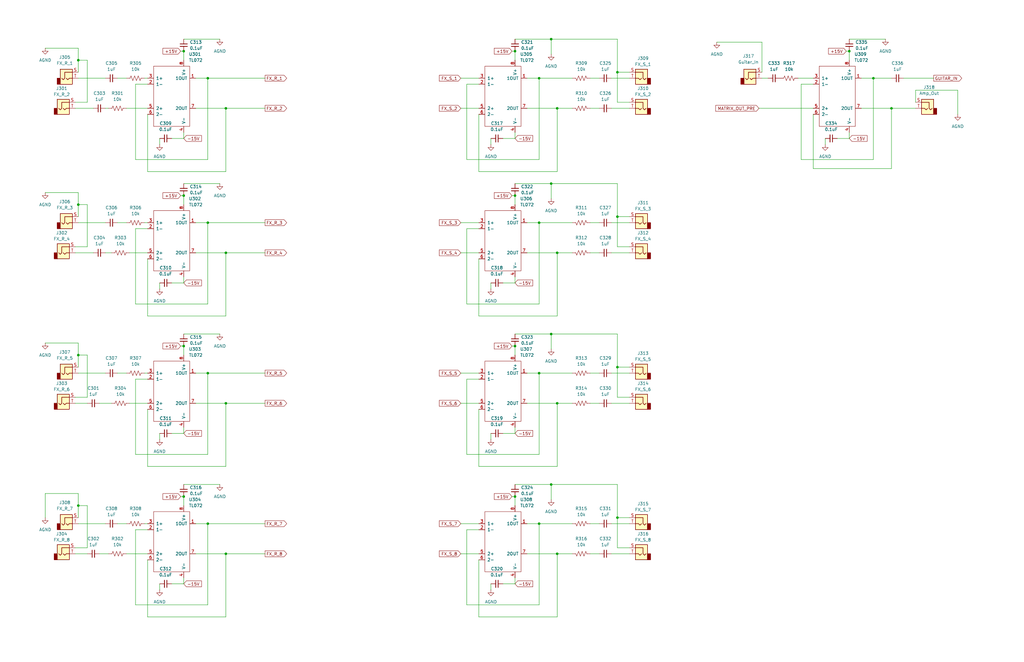
<source format=kicad_sch>
(kicad_sch (version 20250114) (generator "eeschema") (generator_version "9.0")
  (paper "B")
  (title_block (title "ESP332 Guitar Patch Bay") (date "2025-05-27") (rev "1"))
  (lib_symbols
    (symbol "AudioJack2_1"
      (property "Reference" "J" (at 0 8.89 0))
      (property "Value" "AudioJack2" (at 0 6.35 0))
      (symbol "AudioJack2_1_1_1"
        (pin passive line (at 5.08 2.54 180) (length 2.54) (name "~") (number "S"))
        (pin passive line (at 5.08 0 180) (length 2.54) (name "~") (number "T"))
      )
    )
    (symbol "Bay:TL072" (pin_names (offset 1))
      (property "Reference" "U1" (at 0 0 0))
      (property "Value" "TL072" (at 0 -2.54 0))
      (symbol "TL072_1_1"
        (pin input line (at -10.16 7.62 0) (length 2.54) (name "1+") (number "3"))
        (pin input line (at -10.16 5.08 0) (length 2.54) (name "1-") (number "2"))
        (pin input line (at -10.16 -5.08 0) (length 2.54) (name "2+") (number "5"))
        (pin input line (at -10.16 -7.62 0) (length 2.54) (name "2-") (number "6"))
        (pin power_in line (at 5.08 15.24 270) (length 2.54) (name "V+") (number "8"))
        (pin power_in line (at 5.08 -15.24 90) (length 2.54) (name "V-") (number "4"))
        (pin output line (at 10.16 7.62 180) (length 2.54) (name "1OUT") (number "1"))
        (pin output line (at 10.16 -5.08 180) (length 2.54) (name "2OUT") (number "7"))
      )
    )
    (symbol "Connector_Audio:AudioJack2"
      (property "Reference" "J" (at 0 8.89 0))
      (property "Value" "AudioJack2" (at 0 6.35 0))
      (symbol "AudioJack2_1_1"
        (pin passive line (at 5.08 2.54 180) (length 2.54) (name "~") (number "S"))
        (pin passive line (at 5.08 0 180) (length 2.54) (name "~") (number "T"))
      )
    )
    (symbol "Device:C_Small" (pin_numbers (hide yes)) (pin_names (offset 0.254) (hide yes))
      (property "Reference" "C" (at 0.254 1.778 0))
      (property "Value" "C_Small" (at 0.254 -2.032 0))
      (symbol "C_Small_1_1"
        (pin passive line (at 0 2.54 270) (length 2.032) (name "~") (number "1"))
        (pin passive line (at 0 -2.54 90) (length 2.032) (name "~") (number "2"))
      )
    )
    (symbol "Device:R_US" (pin_numbers (hide yes)) (pin_names (offset 0))
      (property "Reference" "R" (at 2.54 0 90))
      (property "Value" "R_US" (at -2.54 0 90))
      (symbol "R_US_1_1"
        (pin passive line (at 0 3.81 270) (length 1.27) (name "~") (number "1"))
        (pin passive line (at 0 -3.81 90) (length 1.27) (name "~") (number "2"))
      )
    )
    (symbol "GND_1" (power) (pin_numbers (hide yes)) (pin_names (offset 0) (hide yes))
      (property "Value" "GND" (at 0 -3.81 0))
      (symbol "GND_1_1_1"
        (pin power_in line (at 0 0 270) (length 0) (name "~") (number "1"))
      )
    )
  )
  (junction (at 227.33 220.98))
  (junction (at 33.02 25.4))
  (junction (at 87.63 93.98))
  (junction (at 77.47 21.59))
  (junction (at 77.47 209.55))
  (junction (at 234.95 170.18))
  (junction (at 95.25 45.72))
  (junction (at 234.95 233.68))
  (junction (at 33.02 149.86))
  (junction (at 227.33 33.02))
  (junction (at 232.41 204.47))
  (junction (at 232.41 16.51))
  (junction (at 260.35 218.44))
  (junction (at 260.35 154.94))
  (junction (at 375.92 45.72))
  (junction (at 260.35 30.48))
  (junction (at 368.3 33.02))
  (junction (at 227.33 93.98))
  (junction (at 227.33 157.48))
  (junction (at 234.95 106.68))
  (junction (at 33.02 86.36))
  (junction (at 95.25 233.68))
  (junction (at 234.95 45.72))
  (junction (at 77.47 82.55))
  (junction (at 95.25 106.68))
  (junction (at 358.14 21.59))
  (junction (at 217.17 146.05))
  (junction (at 232.41 77.47))
  (junction (at 232.41 140.97))
  (junction (at 260.35 91.44))
  (junction (at 217.17 21.59))
  (junction (at 95.25 170.18))
  (junction (at 87.63 220.98))
  (junction (at 33.02 213.36))
  (junction (at 87.63 157.48))
  (junction (at 87.63 33.02))
  (junction (at 217.17 82.55))
  (junction (at 77.47 146.05))
  (junction (at 217.17 209.55))
  (wire (pts (xy 234.95 196.85) (xy 201.93 196.85)))
  (wire (pts (xy 358.14 16.51) (xy 373.38 16.51)))
  (wire (pts (xy 57.15 223.52) (xy 62.23 223.52)))
  (wire (pts (xy 241.3 33.02) (xy 227.33 33.02)))
  (wire (pts (xy 212.09 246.38) (xy 217.17 246.38)))
  (wire (pts (xy 54.61 170.18) (xy 62.23 170.18)))
  (wire (pts (xy 67.31 185.42) (xy 67.31 182.88)))
  (wire (pts (xy 232.41 147.32) (xy 232.41 140.97)))
  (wire (pts (xy 82.55 220.98) (xy 87.63 220.98)))
  (wire (pts (xy 222.25 93.98) (xy 227.33 93.98)))
  (wire (pts (xy 87.63 33.02) (xy 111.76 33.02)))
  (wire (pts (xy 232.41 22.86) (xy 232.41 16.51)))
  (wire (pts (xy 222.25 106.68) (xy 234.95 106.68)))
  (wire (pts (xy 31.75 170.18) (xy 36.83 170.18)))
  (wire (pts (xy 337.82 35.56) (xy 342.9 35.56)))
  (wire (pts (xy 257.81 33.02) (xy 265.43 33.02)))
  (wire (pts (xy 260.35 91.44) (xy 265.43 91.44)))
  (wire (pts (xy 53.34 220.98) (xy 49.53 220.98)))
  (wire (pts (xy 31.75 43.18) (xy 36.83 43.18)))
  (wire (pts (xy 222.25 233.68) (xy 234.95 233.68)))
  (wire (pts (xy 54.61 106.68) (xy 62.23 106.68)))
  (wire (pts (xy 95.25 170.18) (xy 95.25 196.85)))
  (wire (pts (xy 212.09 58.42) (xy 217.17 58.42)))
  (wire (pts (xy 260.35 77.47) (xy 232.41 77.47)))
  (wire (pts (xy 95.25 196.85) (xy 62.23 196.85)))
  (wire (pts (xy 31.75 233.68) (xy 36.83 233.68)))
  (wire (pts (xy 57.15 128.27) (xy 87.63 128.27)))
  (wire (pts (xy 201.93 48.26) (xy 201.93 72.39)))
  (wire (pts (xy 234.95 106.68) (xy 234.95 133.35)))
  (wire (pts (xy 77.47 77.47) (xy 92.71 77.47)))
  (wire (pts (xy 95.25 72.39) (xy 62.23 72.39)))
  (wire (pts (xy 95.25 260.35) (xy 62.23 260.35)))
  (wire (pts (xy 57.15 96.52) (xy 62.23 96.52)))
  (wire (pts (xy 95.25 45.72) (xy 111.76 45.72)))
  (wire (pts (xy 62.23 48.26) (xy 62.23 72.39)))
  (wire (pts (xy 31.75 45.72) (xy 39.37 45.72)))
  (wire (pts (xy 222.25 170.18) (xy 234.95 170.18)))
  (wire (pts (xy 227.33 220.98) (xy 227.33 255.27)))
  (wire (pts (xy 77.47 140.97) (xy 92.71 140.97)))
  (wire (pts (xy 95.25 45.72) (xy 95.25 72.39)))
  (wire (pts (xy 234.95 72.39) (xy 201.93 72.39)))
  (wire (pts (xy 19.05 20.32) (xy 33.02 20.32)))
  (wire (pts (xy 196.85 67.31) (xy 227.33 67.31)))
  (wire (pts (xy 212.09 119.38) (xy 217.17 119.38)))
  (wire (pts (xy 77.47 21.59) (xy 77.47 25.4)))
  (wire (pts (xy 36.83 86.36) (xy 33.02 86.36)))
  (wire (pts (xy 194.31 220.98) (xy 201.93 220.98)))
  (wire (pts (xy 60.96 93.98) (xy 62.23 93.98)))
  (wire (pts (xy 363.22 33.02) (xy 368.3 33.02)))
  (wire (pts (xy 217.17 140.97) (xy 232.41 140.97)))
  (wire (pts (xy 248.92 93.98) (xy 252.73 93.98)))
  (wire (pts (xy 260.35 91.44) (xy 260.35 77.47)))
  (wire (pts (xy 241.3 233.68) (xy 234.95 233.68)))
  (wire (pts (xy 33.02 149.86) (xy 33.02 154.94)))
  (wire (pts (xy 53.34 33.02) (xy 49.53 33.02)))
  (wire (pts (xy 36.83 231.14) (xy 36.83 213.36)))
  (wire (pts (xy 77.47 21.59) (xy 76.2 21.59)))
  (wire (pts (xy 19.05 208.28) (xy 33.02 208.28)))
  (wire (pts (xy 248.92 33.02) (xy 252.73 33.02)))
  (wire (pts (xy 82.55 33.02) (xy 87.63 33.02)))
  (wire (pts (xy 194.31 233.68) (xy 201.93 233.68)))
  (wire (pts (xy 257.81 170.18) (xy 265.43 170.18)))
  (wire (pts (xy 234.95 170.18) (xy 234.95 196.85)))
  (wire (pts (xy 82.55 233.68) (xy 95.25 233.68)))
  (wire (pts (xy 207.01 248.92) (xy 207.01 246.38)))
  (wire (pts (xy 62.23 109.22) (xy 62.23 133.35)))
  (wire (pts (xy 57.15 160.02) (xy 62.23 160.02)))
  (wire (pts (xy 196.85 160.02) (xy 201.93 160.02)))
  (wire (pts (xy 36.83 25.4) (xy 33.02 25.4)))
  (wire (pts (xy 257.81 106.68) (xy 265.43 106.68)))
  (wire (pts (xy 257.81 233.68) (xy 265.43 233.68)))
  (wire (pts (xy 72.39 182.88) (xy 77.47 182.88)))
  (wire (pts (xy 77.47 116.84) (xy 77.47 119.38)))
  (wire (pts (xy 82.55 106.68) (xy 95.25 106.68)))
  (wire (pts (xy 260.35 16.51) (xy 232.41 16.51)))
  (wire (pts (xy 323.85 33.02) (xy 321.31 33.02)))
  (wire (pts (xy 207.01 185.42) (xy 207.01 182.88)))
  (wire (pts (xy 222.25 157.48) (xy 227.33 157.48)))
  (wire (pts (xy 196.85 35.56) (xy 201.93 35.56)))
  (wire (pts (xy 87.63 93.98) (xy 87.63 128.27)))
  (wire (pts (xy 95.25 233.68) (xy 111.76 233.68)))
  (wire (pts (xy 196.85 191.77) (xy 227.33 191.77)))
  (wire (pts (xy 337.82 67.31) (xy 368.3 67.31)))
  (wire (pts (xy 194.31 157.48) (xy 201.93 157.48)))
  (wire (pts (xy 260.35 140.97) (xy 232.41 140.97)))
  (wire (pts (xy 353.06 58.42) (xy 358.14 58.42)))
  (wire (pts (xy 358.14 55.88) (xy 358.14 58.42)))
  (wire (pts (xy 217.17 82.55) (xy 217.17 86.36)))
  (wire (pts (xy 53.34 157.48) (xy 49.53 157.48)))
  (wire (pts (xy 33.02 25.4) (xy 33.02 30.48)))
  (wire (pts (xy 260.35 218.44) (xy 260.35 204.47)))
  (wire (pts (xy 33.02 33.02) (xy 44.45 33.02)))
  (wire (pts (xy 265.43 167.64) (xy 260.35 167.64)))
  (wire (pts (xy 234.95 260.35) (xy 201.93 260.35)))
  (wire (pts (xy 232.41 210.82) (xy 232.41 204.47)))
  (wire (pts (xy 87.63 33.02) (xy 87.63 67.31)))
  (wire (pts (xy 248.92 106.68) (xy 252.73 106.68)))
  (wire (pts (xy 358.14 21.59) (xy 356.87 21.59)))
  (wire (pts (xy 257.81 45.72) (xy 265.43 45.72)))
  (wire (pts (xy 46.99 106.68) (xy 44.45 106.68)))
  (wire (pts (xy 227.33 157.48) (xy 241.3 157.48)))
  (wire (pts (xy 33.02 93.98) (xy 44.45 93.98)))
  (wire (pts (xy 77.47 204.47) (xy 92.71 204.47)))
  (wire (pts (xy 60.96 220.98) (xy 62.23 220.98)))
  (wire (pts (xy 57.15 128.27) (xy 57.15 96.52)))
  (wire (pts (xy 87.63 157.48) (xy 87.63 191.77)))
  (wire (pts (xy 31.75 167.64) (xy 36.83 167.64)))
  (wire (pts (xy 67.31 121.92) (xy 67.31 119.38)))
  (wire (pts (xy 222.25 45.72) (xy 234.95 45.72)))
  (wire (pts (xy 194.31 33.02) (xy 201.93 33.02)))
  (wire (pts (xy 33.02 208.28) (xy 33.02 213.36)))
  (wire (pts (xy 77.47 146.05) (xy 77.47 149.86)))
  (wire (pts (xy 248.92 45.72) (xy 252.73 45.72)))
  (wire (pts (xy 196.85 96.52) (xy 201.93 96.52)))
  (wire (pts (xy 194.31 106.68) (xy 201.93 106.68)))
  (wire (pts (xy 386.08 38.1) (xy 403.86 38.1)))
  (wire (pts (xy 217.17 204.47) (xy 232.41 204.47)))
  (wire (pts (xy 248.92 157.48) (xy 252.73 157.48)))
  (wire (pts (xy 227.33 33.02) (xy 227.33 67.31)))
  (wire (pts (xy 234.95 45.72) (xy 234.95 72.39)))
  (wire (pts (xy 77.47 55.88) (xy 77.47 58.42)))
  (wire (pts (xy 194.31 45.72) (xy 201.93 45.72)))
  (wire (pts (xy 248.92 233.68) (xy 252.73 233.68)))
  (wire (pts (xy 77.47 82.55) (xy 76.2 82.55)))
  (wire (pts (xy 375.92 45.72) (xy 386.08 45.72)))
  (wire (pts (xy 77.47 82.55) (xy 77.47 86.36)))
  (wire (pts (xy 363.22 45.72) (xy 375.92 45.72)))
  (wire (pts (xy 386.08 43.18) (xy 386.08 38.1)))
  (wire (pts (xy 196.85 67.31) (xy 196.85 35.56)))
  (wire (pts (xy 342.9 48.26) (xy 342.9 71.12)))
  (wire (pts (xy 321.31 17.78) (xy 321.31 30.48)))
  (wire (pts (xy 95.25 106.68) (xy 95.25 133.35)))
  (wire (pts (xy 53.34 233.68) (xy 62.23 233.68)))
  (wire (pts (xy 302.26 17.78) (xy 321.31 17.78)))
  (wire (pts (xy 381 33.02) (xy 393.7 33.02)))
  (wire (pts (xy 45.72 233.68) (xy 41.91 233.68)))
  (wire (pts (xy 77.47 209.55) (xy 76.2 209.55)))
  (wire (pts (xy 67.31 60.96) (xy 67.31 58.42)))
  (wire (pts (xy 232.41 16.51) (xy 217.17 16.51)))
  (wire (pts (xy 87.63 93.98) (xy 111.76 93.98)))
  (wire (pts (xy 19.05 144.78) (xy 33.02 144.78)))
  (wire (pts (xy 212.09 182.88) (xy 217.17 182.88)))
  (wire (pts (xy 241.3 106.68) (xy 234.95 106.68)))
  (wire (pts (xy 19.05 208.28) (xy 19.05 218.44)))
  (wire (pts (xy 95.25 233.68) (xy 95.25 260.35)))
  (wire (pts (xy 77.47 209.55) (xy 77.47 213.36)))
  (wire (pts (xy 403.86 38.1) (xy 403.86 48.26)))
  (wire (pts (xy 36.83 104.14) (xy 36.83 86.36)))
  (wire (pts (xy 33.02 144.78) (xy 33.02 149.86)))
  (wire (pts (xy 375.92 33.02) (xy 368.3 33.02)))
  (wire (pts (xy 358.14 25.4) (xy 358.14 21.59)))
  (wire (pts (xy 196.85 191.77) (xy 196.85 160.02)))
  (wire (pts (xy 46.99 170.18) (xy 41.91 170.18)))
  (wire (pts (xy 217.17 209.55) (xy 217.17 213.36)))
  (wire (pts (xy 260.35 30.48) (xy 265.43 30.48)))
  (wire (pts (xy 217.17 21.59) (xy 217.17 25.4)))
  (wire (pts (xy 217.17 77.47) (xy 232.41 77.47)))
  (wire (pts (xy 201.93 172.72) (xy 201.93 196.85)))
  (wire (pts (xy 62.23 172.72) (xy 62.23 196.85)))
  (wire (pts (xy 36.83 43.18) (xy 36.83 25.4)))
  (wire (pts (xy 95.25 133.35) (xy 62.23 133.35)))
  (wire (pts (xy 60.96 33.02) (xy 62.23 33.02)))
  (wire (pts (xy 260.35 154.94) (xy 265.43 154.94)))
  (wire (pts (xy 33.02 86.36) (xy 33.02 91.44)))
  (wire (pts (xy 222.25 33.02) (xy 227.33 33.02)))
  (wire (pts (xy 232.41 83.82) (xy 232.41 77.47)))
  (wire (pts (xy 36.83 167.64) (xy 36.83 149.86)))
  (wire (pts (xy 257.81 157.48) (xy 265.43 157.48)))
  (wire (pts (xy 95.25 170.18) (xy 111.76 170.18)))
  (wire (pts (xy 347.98 60.96) (xy 347.98 58.42)))
  (wire (pts (xy 217.17 55.88) (xy 217.17 58.42)))
  (wire (pts (xy 87.63 220.98) (xy 87.63 255.27)))
  (wire (pts (xy 194.31 170.18) (xy 201.93 170.18)))
  (wire (pts (xy 57.15 35.56) (xy 62.23 35.56)))
  (wire (pts (xy 217.17 209.55) (xy 215.9 209.55)))
  (wire (pts (xy 260.35 30.48) (xy 260.35 16.51)))
  (wire (pts (xy 57.15 67.31) (xy 87.63 67.31)))
  (wire (pts (xy 260.35 167.64) (xy 260.35 154.94)))
  (wire (pts (xy 31.75 231.14) (xy 36.83 231.14)))
  (wire (pts (xy 36.83 149.86) (xy 33.02 149.86)))
  (wire (pts (xy 260.35 231.14) (xy 260.35 218.44)))
  (wire (pts (xy 217.17 82.55) (xy 215.9 82.55)))
  (wire (pts (xy 260.35 154.94) (xy 260.35 140.97)))
  (wire (pts (xy 241.3 170.18) (xy 234.95 170.18)))
  (wire (pts (xy 201.93 236.22) (xy 201.93 260.35)))
  (wire (pts (xy 227.33 93.98) (xy 241.3 93.98)))
  (wire (pts (xy 77.47 243.84) (xy 77.47 246.38)))
  (wire (pts (xy 217.17 180.34) (xy 217.17 182.88)))
  (wire (pts (xy 87.63 157.48) (xy 111.76 157.48)))
  (wire (pts (xy 194.31 93.98) (xy 201.93 93.98)))
  (wire (pts (xy 342.9 71.12) (xy 375.92 71.12)))
  (wire (pts (xy 260.35 218.44) (xy 265.43 218.44)))
  (wire (pts (xy 57.15 191.77) (xy 87.63 191.77)))
  (wire (pts (xy 36.83 213.36) (xy 33.02 213.36)))
  (wire (pts (xy 196.85 255.27) (xy 196.85 223.52)))
  (wire (pts (xy 67.31 248.92) (xy 67.31 246.38)))
  (wire (pts (xy 31.75 104.14) (xy 36.83 104.14)))
  (wire (pts (xy 336.55 33.02) (xy 342.9 33.02)))
  (wire (pts (xy 217.17 116.84) (xy 217.17 119.38)))
  (wire (pts (xy 257.81 93.98) (xy 265.43 93.98)))
  (wire (pts (xy 62.23 236.22) (xy 62.23 260.35)))
  (wire (pts (xy 33.02 213.36) (xy 33.02 218.44)))
  (wire (pts (xy 196.85 255.27) (xy 227.33 255.27)))
  (wire (pts (xy 77.47 180.34) (xy 77.47 182.88)))
  (wire (pts (xy 207.01 121.92) (xy 207.01 119.38)))
  (wire (pts (xy 217.17 21.59) (xy 215.9 21.59)))
  (wire (pts (xy 33.02 81.28) (xy 33.02 86.36)))
  (wire (pts (xy 217.17 243.84) (xy 217.17 246.38)))
  (wire (pts (xy 241.3 45.72) (xy 234.95 45.72)))
  (wire (pts (xy 201.93 109.22) (xy 201.93 133.35)))
  (wire (pts (xy 265.43 231.14) (xy 260.35 231.14)))
  (wire (pts (xy 53.34 45.72) (xy 62.23 45.72)))
  (wire (pts (xy 260.35 104.14) (xy 260.35 91.44)))
  (wire (pts (xy 33.02 220.98) (xy 44.45 220.98)))
  (wire (pts (xy 95.25 106.68) (xy 111.76 106.68)))
  (wire (pts (xy 375.92 71.12) (xy 375.92 45.72)))
  (wire (pts (xy 217.17 146.05) (xy 217.17 149.86)))
  (wire (pts (xy 82.55 157.48) (xy 87.63 157.48)))
  (wire (pts (xy 82.55 45.72) (xy 95.25 45.72)))
  (wire (pts (xy 337.82 67.31) (xy 337.82 35.56)))
  (wire (pts (xy 234.95 233.68) (xy 234.95 260.35)))
  (wire (pts (xy 260.35 43.18) (xy 260.35 30.48)))
  (wire (pts (xy 57.15 67.31) (xy 57.15 35.56)))
  (wire (pts (xy 87.63 220.98) (xy 111.76 220.98)))
  (wire (pts (xy 234.95 133.35) (xy 201.93 133.35)))
  (wire (pts (xy 60.96 157.48) (xy 62.23 157.48)))
  (wire (pts (xy 53.34 93.98) (xy 49.53 93.98)))
  (wire (pts (xy 33.02 20.32) (xy 33.02 25.4)))
  (wire (pts (xy 45.72 45.72) (xy 44.45 45.72)))
  (wire (pts (xy 222.25 220.98) (xy 227.33 220.98)))
  (wire (pts (xy 265.43 104.14) (xy 260.35 104.14)))
  (wire (pts (xy 19.05 81.28) (xy 33.02 81.28)))
  (wire (pts (xy 248.92 170.18) (xy 252.73 170.18)))
  (wire (pts (xy 227.33 157.48) (xy 227.33 191.77)))
  (wire (pts (xy 82.55 93.98) (xy 87.63 93.98)))
  (wire (pts (xy 57.15 255.27) (xy 57.15 223.52)))
  (wire (pts (xy 248.92 220.98) (xy 252.73 220.98)))
  (wire (pts (xy 196.85 223.52) (xy 201.93 223.52)))
  (wire (pts (xy 72.39 119.38) (xy 77.47 119.38)))
  (wire (pts (xy 227.33 220.98) (xy 241.3 220.98)))
  (wire (pts (xy 207.01 60.96) (xy 207.01 58.42)))
  (wire (pts (xy 196.85 128.27) (xy 196.85 96.52)))
  (wire (pts (xy 257.81 220.98) (xy 265.43 220.98)))
  (wire (pts (xy 77.47 16.51) (xy 92.71 16.51)))
  (wire (pts (xy 77.47 146.05) (xy 76.2 146.05)))
  (wire (pts (xy 57.15 191.77) (xy 57.15 160.02)))
  (wire (pts (xy 57.15 255.27) (xy 87.63 255.27)))
  (wire (pts (xy 320.04 45.72) (xy 342.9 45.72)))
  (wire (pts (xy 368.3 33.02) (xy 368.3 67.31)))
  (wire (pts (xy 265.43 43.18) (xy 260.35 43.18)))
  (wire (pts (xy 82.55 170.18) (xy 95.25 170.18)))
  (wire (pts (xy 33.02 157.48) (xy 44.45 157.48)))
  (wire (pts (xy 72.39 246.38) (xy 77.47 246.38)))
  (wire (pts (xy 196.85 128.27) (xy 227.33 128.27)))
  (wire (pts (xy 260.35 204.47) (xy 232.41 204.47)))
  (wire (pts (xy 227.33 93.98) (xy 227.33 128.27)))
  (wire (pts (xy 72.39 58.42) (xy 77.47 58.42)))
  (wire (pts (xy 217.17 146.05) (xy 215.9 146.05)))
  (wire (pts (xy 31.75 106.68) (xy 39.37 106.68)))
  (global_label "FX_R_5" (shape output) (at 111.76 157.48 0) (property "Intersheetrefs" "${INTERSHEET_REFS}" (effects (hide yes))))
  (global_label "-15V" (shape input) (at 217.17 182.88 0) (property "Intersheetrefs" "${INTERSHEET_REFS}" (effects (hide yes))))
  (global_label "-15V" (shape input) (at 217.17 119.38 0) (property "Intersheetrefs" "${INTERSHEET_REFS}" (effects (hide yes))))
  (global_label "MATRIX_OUT_PRE" (shape input) (at 320.04 45.72 180) (property "Intersheetrefs" "${INTERSHEET_REFS}" (effects (hide yes))))
  (global_label "FX_R_1" (shape output) (at 111.76 33.02 0) (property "Intersheetrefs" "${INTERSHEET_REFS}" (effects (hide yes))))
  (global_label "+15V" (shape input) (at 215.9 209.55 180) (property "Intersheetrefs" "${INTERSHEET_REFS}" (effects (hide yes))))
  (global_label "FX_S_7" (shape input) (at 194.31 220.98 180) (property "Intersheetrefs" "${INTERSHEET_REFS}" (effects (hide yes))))
  (global_label "FX_S_8" (shape input) (at 194.31 233.68 180) (property "Intersheetrefs" "${INTERSHEET_REFS}" (effects (hide yes))))
  (global_label "FX_R_6" (shape output) (at 111.76 170.18 0) (property "Intersheetrefs" "${INTERSHEET_REFS}" (effects (hide yes))))
  (global_label "FX_S_4" (shape input) (at 194.31 106.68 180) (property "Intersheetrefs" "${INTERSHEET_REFS}" (effects (hide yes))))
  (global_label "+15V" (shape input) (at 215.9 21.59 180) (property "Intersheetrefs" "${INTERSHEET_REFS}" (effects (hide yes))))
  (global_label "+15V" (shape input) (at 215.9 146.05 180) (property "Intersheetrefs" "${INTERSHEET_REFS}" (effects (hide yes))))
  (global_label "+15V" (shape input) (at 356.87 21.59 180) (property "Intersheetrefs" "${INTERSHEET_REFS}" (effects (hide yes))))
  (global_label "FX_R_8" (shape output) (at 111.76 233.68 0) (property "Intersheetrefs" "${INTERSHEET_REFS}" (effects (hide yes))))
  (global_label "FX_S_1" (shape input) (at 194.31 33.02 180) (property "Intersheetrefs" "${INTERSHEET_REFS}" (effects (hide yes))))
  (global_label "-15V" (shape input) (at 217.17 246.38 0) (property "Intersheetrefs" "${INTERSHEET_REFS}" (effects (hide yes))))
  (global_label "+15V" (shape input) (at 215.9 82.55 180) (property "Intersheetrefs" "${INTERSHEET_REFS}" (effects (hide yes))))
  (global_label "-15V" (shape input) (at 77.47 58.42 0) (property "Intersheetrefs" "${INTERSHEET_REFS}" (effects (hide yes))))
  (global_label "FX_R_7" (shape output) (at 111.76 220.98 0) (property "Intersheetrefs" "${INTERSHEET_REFS}" (effects (hide yes))))
  (global_label "FX_S_2" (shape input) (at 194.31 45.72 180) (property "Intersheetrefs" "${INTERSHEET_REFS}" (effects (hide yes))))
  (global_label "-15V" (shape input) (at 77.47 182.88 0) (property "Intersheetrefs" "${INTERSHEET_REFS}" (effects (hide yes))))
  (global_label "GUITAR_IN" (shape output) (at 393.7 33.02 0) (property "Intersheetrefs" "${INTERSHEET_REFS}" (effects (hide yes))))
  (global_label "FX_S_6" (shape input) (at 194.31 170.18 180) (property "Intersheetrefs" "${INTERSHEET_REFS}" (effects (hide yes))))
  (global_label "FX_S_5" (shape input) (at 194.31 157.48 180) (property "Intersheetrefs" "${INTERSHEET_REFS}" (effects (hide yes))))
  (global_label "-15V" (shape input) (at 217.17 58.42 0) (property "Intersheetrefs" "${INTERSHEET_REFS}" (effects (hide yes))))
  (global_label "+15V" (shape input) (at 76.2 209.55 180) (property "Intersheetrefs" "${INTERSHEET_REFS}" (effects (hide yes))))
  (global_label "-15V" (shape input) (at 358.14 58.42 0) (property "Intersheetrefs" "${INTERSHEET_REFS}" (effects (hide yes))))
  (global_label "+15V" (shape input) (at 76.2 82.55 180) (property "Intersheetrefs" "${INTERSHEET_REFS}" (effects (hide yes))))
  (global_label "+15V" (shape input) (at 76.2 146.05 180) (property "Intersheetrefs" "${INTERSHEET_REFS}" (effects (hide yes))))
  (global_label "FX_R_2" (shape output) (at 111.76 45.72 0) (property "Intersheetrefs" "${INTERSHEET_REFS}" (effects (hide yes))))
  (global_label "FX_S_3" (shape input) (at 194.31 93.98 180) (property "Intersheetrefs" "${INTERSHEET_REFS}" (effects (hide yes))))
  (global_label "-15V" (shape input) (at 77.47 246.38 0) (property "Intersheetrefs" "${INTERSHEET_REFS}" (effects (hide yes))))
  (global_label "-15V" (shape input) (at 77.47 119.38 0) (property "Intersheetrefs" "${INTERSHEET_REFS}" (effects (hide yes))))
  (global_label "FX_R_3" (shape output) (at 111.76 93.98 0) (property "Intersheetrefs" "${INTERSHEET_REFS}" (effects (hide yes))))
  (global_label "FX_R_4" (shape output) (at 111.76 106.68 0) (property "Intersheetrefs" "${INTERSHEET_REFS}" (effects (hide yes))))
  (global_label "+15V" (shape input) (at 76.2 21.59 180) (property "Intersheetrefs" "${INTERSHEET_REFS}" (effects (hide yes))))
  (symbol (lib_id "Device:R_US") (at 57.15 93.98 270) (unit 1)
    (property "Reference" "R306" (at 57.15 87.63 90))
    (property "Value" "10k" (at 57.15 90.17 90))
    (property "Footprint" "Resistor_THT:R_Axial_DIN0204_L3.6mm_D1.6mm_P5.08mm_Horizontal" (effects (hide yes)))
    (property "Description" "Resistor, US symbol" (effects (hide yes)))
  )
  (symbol (lib_name "GND_1") (lib_id "power:GND") (at 67.31 248.92 0) (unit 1)
    (property "Reference" "#PWR0308" (effects (hide yes)))
    (property "Value" "AGND" (at 67.31 254 0))
    (property "Description" "Power symbol creates a global label with name \"GND\" , ground" (effects (hide yes)))
  )
  (symbol (lib_id "Bay:TL072") (at 72.39 40.64 0) (unit 1)
    (property "Reference" "U301" (at 79.6133 22.86 0) (effects (justify left)))
    (property "Value" "TL072" (at 79.6133 25.4 0) (effects (justify left)))
    (property "Footprint" "Package_DIP:CERDIP-8_W7.62mm_SideBrazed" (effects (hide yes)))
  )
  (symbol (lib_id "Device:C_Small") (at 255.27 33.02 270) (mirror x) (unit 1)
    (property "Reference" "C325" (at 255.2637 26.67 90))
    (property "Value" "1uF" (at 255.2637 29.21 90))
    (property "Footprint" "Capacitor_THT:C_Axial_L3.8mm_D2.6mm_P7.50mm_Horizontal" (effects (hide yes)))
    (property "Description" "Unpolarized capacitor, small symbol" (effects (hide yes)))
  )
  (symbol (lib_name "GND_1") (lib_id "power:GND") (at 232.41 22.86 0) (unit 1)
    (property "Reference" "#PWR0317" (effects (hide yes)))
    (property "Value" "AGND" (at 232.41 27.94 0))
    (property "Description" "Power symbol creates a global label with name \"GND\" , ground" (effects (hide yes)))
  )
  (symbol (lib_id "Bay:TL072") (at 212.09 101.6 0) (unit 1)
    (property "Reference" "U306" (at 219.3133 83.83 0) (effects (justify left)))
    (property "Value" "TL072" (at 219.3133 86.37 0) (effects (justify left)))
    (property "Footprint" "Package_DIP:CERDIP-8_W7.62mm_SideBrazed" (effects (hide yes)))
  )
  (symbol (lib_id "Device:C_Small") (at 217.17 143.51 0) (unit 1)
    (property "Reference" "C323" (at 219.71 142.2462 0) (effects (justify left)))
    (property "Value" "0.1uF" (at 219.71 144.7862 0) (effects (justify left)))
    (property "Footprint" "Capacitor_THT:C_Axial_L3.8mm_D2.6mm_P7.50mm_Horizontal" (effects (hide yes)))
    (property "Description" "Unpolarized capacitor, small symbol" (effects (hide yes)))
  )
  (symbol (lib_id "Device:R_US") (at 57.15 220.98 270) (unit 1)
    (property "Reference" "R308" (at 57.15 214.63 90))
    (property "Value" "10k" (at 57.15 217.17 90))
    (property "Footprint" "Resistor_THT:R_Axial_DIN0204_L3.6mm_D1.6mm_P5.08mm_Horizontal" (effects (hide yes)))
    (property "Description" "Resistor, US symbol" (effects (hide yes)))
  )
  (symbol (lib_name "GND_1") (lib_id "power:GND") (at 92.71 77.47 0) (unit 1)
    (property "Reference" "#PWR0310" (effects (hide yes)))
    (property "Value" "AGND" (at 92.71 82.55 0))
    (property "Description" "Power symbol creates a global label with name \"GND\" , ground" (effects (hide yes)))
  )
  (symbol (lib_id "Connector_Audio:AudioJack2") (at 26.67 106.68 0) (unit 1)
    (property "Reference" "J302" (at 26.035 98.28 0))
    (property "Value" "FX_R_4" (at 26.035 100.82 0))
    (property "Footprint" "Bay:Pedal_Jack" (effects (hide yes)))
    (property "Description" "Audio Jack, 2 Poles (Mono / TS)" (effects (hide yes)))
  )
  (symbol (lib_id "Bay:TL072") (at 212.09 228.6 0) (unit 1)
    (property "Reference" "U308" (at 219.3133 210.83 0) (effects (justify left)))
    (property "Value" "TL072" (at 219.3133 213.37 0) (effects (justify left)))
    (property "Footprint" "Package_DIP:CERDIP-8_W7.62mm_SideBrazed" (effects (hide yes)))
  )
  (symbol (lib_id "Device:C_Small") (at 255.27 106.68 270) (mirror x) (unit 1)
    (property "Reference" "C328" (at 255.2637 100.33 90))
    (property "Value" "1uF" (at 255.2637 102.87 90))
    (property "Footprint" "Capacitor_THT:C_Axial_L3.8mm_D2.6mm_P7.50mm_Horizontal" (effects (hide yes)))
    (property "Description" "Unpolarized capacitor, small symbol" (effects (hide yes)))
  )
  (symbol (lib_id "Device:C_Small") (at 39.37 233.68 90) (unit 1)
    (property "Reference" "C302" (at 39.3763 227.33 90))
    (property "Value" "1uF" (at 39.3763 229.87 90))
    (property "Footprint" "Capacitor_THT:C_Axial_L3.8mm_D2.6mm_P7.50mm_Horizontal" (effects (hide yes)))
    (property "Description" "Unpolarized capacitor, small symbol" (effects (hide yes)))
  )
  (symbol (lib_id "Device:C_Small") (at 217.17 207.01 0) (unit 1)
    (property "Reference" "C324" (at 219.71 205.7462 0) (effects (justify left)))
    (property "Value" "0.1uF" (at 219.71 208.2862 0) (effects (justify left)))
    (property "Footprint" "Capacitor_THT:C_Axial_L3.8mm_D2.6mm_P7.50mm_Horizontal" (effects (hide yes)))
    (property "Description" "Unpolarized capacitor, small symbol" (effects (hide yes)))
  )
  (symbol (lib_id "Device:C_Small") (at 69.85 182.88 270) (unit 1)
    (property "Reference" "C311" (at 69.8436 176.53 90))
    (property "Value" "0.1uF" (at 69.8436 179.07 90))
    (property "Footprint" "Capacitor_THT:C_Axial_L3.8mm_D2.6mm_P7.50mm_Horizontal" (effects (hide yes)))
    (property "Description" "Unpolarized capacitor, small symbol" (effects (hide yes)))
  )
  (symbol (lib_id "Device:R_US") (at 245.11 45.72 90) (mirror x) (unit 1)
    (property "Reference" "R310" (at 245.11 39.37 90))
    (property "Value" "10k" (at 245.11 41.91 90))
    (property "Footprint" "Resistor_THT:R_Axial_DIN0204_L3.6mm_D1.6mm_P5.08mm_Horizontal" (effects (hide yes)))
    (property "Description" "Resistor, US symbol" (effects (hide yes)))
  )
  (symbol (lib_id "Device:C_Small") (at 77.47 80.01 0) (unit 1)
    (property "Reference" "C314" (at 80.01 78.7462 0) (effects (justify left)))
    (property "Value" "0.1uF" (at 80.01 81.2862 0) (effects (justify left)))
    (property "Footprint" "Capacitor_THT:C_Axial_L3.8mm_D2.6mm_P7.50mm_Horizontal" (effects (hide yes)))
    (property "Description" "Unpolarized capacitor, small symbol" (effects (hide yes)))
  )
  (symbol (lib_id "Device:C_Small") (at 41.91 45.72 90) (unit 1)
    (property "Reference" "C303" (at 41.9163 39.37 90))
    (property "Value" "1uF" (at 41.9163 41.91 90))
    (property "Footprint" "Capacitor_THT:C_Axial_L3.8mm_D2.6mm_P7.50mm_Horizontal" (effects (hide yes)))
    (property "Description" "Unpolarized capacitor, small symbol" (effects (hide yes)))
  )
  (symbol (lib_id "Device:C_Small") (at 69.85 58.42 270) (unit 1)
    (property "Reference" "C309" (at 69.8436 52.07 90))
    (property "Value" "0.1uF" (at 69.8436 54.61 90))
    (property "Footprint" "Capacitor_THT:C_Axial_L3.8mm_D2.6mm_P7.50mm_Horizontal" (effects (hide yes)))
    (property "Description" "Unpolarized capacitor, small symbol" (effects (hide yes)))
  )
  (symbol (lib_id "Connector_Audio:AudioJack2") (at 270.51 33.02 0) (mirror y) (unit 1)
    (property "Reference" "J309" (at 271.145 24.62 0))
    (property "Value" "FX_S_1" (at 271.145 27.16 0))
    (property "Footprint" "Bay:Pedal_Jack" (effects (hide yes)))
    (property "Description" "Audio Jack, 2 Poles (Mono / TS)" (effects (hide yes)))
  )
  (symbol (lib_name "GND_1") (lib_id "power:GND") (at 347.98 60.96 0) (unit 1)
    (property "Reference" "#PWR0322" (effects (hide yes)))
    (property "Value" "AGND" (at 347.98 66.04 0))
    (property "Description" "Power symbol creates a global label with name \"GND\" , ground" (effects (hide yes)))
  )
  (symbol (lib_id "Device:C_Small") (at 69.85 246.38 270) (unit 1)
    (property "Reference" "C312" (at 69.8436 240.03 90))
    (property "Value" "0.1uF" (at 69.8436 242.57 90))
    (property "Footprint" "Capacitor_THT:C_Axial_L3.8mm_D2.6mm_P7.50mm_Horizontal" (effects (hide yes)))
    (property "Description" "Unpolarized capacitor, small symbol" (effects (hide yes)))
  )
  (symbol (lib_name "AudioJack2_1") (lib_id "Connector_Audio:AudioJack2") (at 316.23 33.02 0) (unit 1)
    (property "Reference" "J317" (at 315.595 23.66 0))
    (property "Value" "Guitar_In" (at 315.595 26.2 0))
    (property "Footprint" "Bay:Pedal_Jack" (effects (hide yes)))
    (property "Description" "Audio Jack, 2 Poles (Mono / TS)" (effects (hide yes)))
  )
  (symbol (lib_name "GND_1") (lib_id "power:GND") (at 302.26 17.78 0) (unit 1)
    (property "Reference" "#PWR0321" (effects (hide yes)))
    (property "Value" "AGND" (at 302.26 22.86 0))
    (property "Description" "Power symbol creates a global label with name \"GND\" , ground" (effects (hide yes)))
  )
  (symbol (lib_name "GND_1") (lib_id "power:GND") (at 67.31 121.92 0) (unit 1)
    (property "Reference" "#PWR0306" (effects (hide yes)))
    (property "Value" "AGND" (at 67.31 127 0))
    (property "Description" "Power symbol creates a global label with name \"GND\" , ground" (effects (hide yes)))
  )
  (symbol (lib_id "Connector_Audio:AudioJack2") (at 270.51 106.68 0) (mirror y) (unit 1)
    (property "Reference" "J312" (at 271.145 98.28 0))
    (property "Value" "FX_S_4" (at 271.145 100.82 0))
    (property "Footprint" "Bay:Pedal_Jack" (effects (hide yes)))
    (property "Description" "Audio Jack, 2 Poles (Mono / TS)" (effects (hide yes)))
  )
  (symbol (lib_id "Device:C_Small") (at 350.52 58.42 270) (unit 1)
    (property "Reference" "C334" (at 350.5136 52.07 90))
    (property "Value" "0.1uF" (at 350.5136 54.61 90))
    (property "Footprint" "Capacitor_THT:C_Axial_L3.8mm_D2.6mm_P7.50mm_Horizontal" (effects (hide yes)))
    (property "Description" "Unpolarized capacitor, small symbol" (effects (hide yes)))
  )
  (symbol (lib_name "GND_1") (lib_id "power:GND") (at 92.71 16.51 0) (unit 1)
    (property "Reference" "#PWR0309" (effects (hide yes)))
    (property "Value" "AGND" (at 92.71 21.59 0))
    (property "Description" "Power symbol creates a global label with name \"GND\" , ground" (effects (hide yes)))
  )
  (symbol (lib_id "Connector_Audio:AudioJack2") (at 27.94 33.02 0) (unit 1)
    (property "Reference" "J305" (at 27.305 24.14 0))
    (property "Value" "FX_R_1" (at 27.305 26.68 0))
    (property "Footprint" "Bay:Pedal_Jack" (effects (hide yes)))
    (property "Description" "Audio Jack, 2 Poles (Mono / TS)" (effects (hide yes)))
  )
  (symbol (lib_name "GND_1") (lib_id "power:GND") (at 207.01 248.92 0) (unit 1)
    (property "Reference" "#PWR0316" (effects (hide yes)))
    (property "Value" "AGND" (at 207.01 254 0))
    (property "Description" "Power symbol creates a global label with name \"GND\" , ground" (effects (hide yes)))
  )
  (symbol (lib_id "Device:R_US") (at 57.15 157.48 270) (unit 1)
    (property "Reference" "R307" (at 57.15 151.13 90))
    (property "Value" "10k" (at 57.15 153.67 90))
    (property "Footprint" "Resistor_THT:R_Axial_DIN0204_L3.6mm_D1.6mm_P5.08mm_Horizontal" (effects (hide yes)))
    (property "Description" "Resistor, US symbol" (effects (hide yes)))
  )
  (symbol (lib_id "Device:C_Small") (at 217.17 19.05 0) (unit 1)
    (property "Reference" "C321" (at 219.71 17.7862 0) (effects (justify left)))
    (property "Value" "0.1uF" (at 219.71 20.3262 0) (effects (justify left)))
    (property "Footprint" "Capacitor_THT:C_Axial_L3.8mm_D2.6mm_P7.50mm_Horizontal" (effects (hide yes)))
    (property "Description" "Unpolarized capacitor, small symbol" (effects (hide yes)))
  )
  (symbol (lib_id "Connector_Audio:AudioJack2") (at 27.94 93.98 0) (unit 1)
    (property "Reference" "J306" (at 27.305 85.1 0))
    (property "Value" "FX_R_3" (at 27.305 87.64 0))
    (property "Footprint" "Bay:Pedal_Jack" (effects (hide yes)))
    (property "Description" "Audio Jack, 2 Poles (Mono / TS)" (effects (hide yes)))
  )
  (symbol (lib_id "Connector_Audio:AudioJack2") (at 270.51 220.98 0) (mirror y) (unit 1)
    (property "Reference" "J315" (at 271.145 212.58 0))
    (property "Value" "FX_S_7" (at 271.145 215.12 0))
    (property "Footprint" "Bay:Pedal_Jack" (effects (hide yes)))
    (property "Description" "Audio Jack, 2 Poles (Mono / TS)" (effects (hide yes)))
  )
  (symbol (lib_id "Connector_Audio:AudioJack2") (at 270.51 93.98 0) (mirror y) (unit 1)
    (property "Reference" "J311" (at 271.145 85.58 0))
    (property "Value" "FX_S_3" (at 271.145 88.12 0))
    (property "Footprint" "Bay:Pedal_Jack" (effects (hide yes)))
    (property "Description" "Audio Jack, 2 Poles (Mono / TS)" (effects (hide yes)))
  )
  (symbol (lib_name "GND_1") (lib_id "power:GND") (at 19.05 81.28 0) (unit 1)
    (property "Reference" "#PWR0302" (effects (hide yes)))
    (property "Value" "AGND" (at 19.05 86.36 0))
    (property "Description" "Power symbol creates a global label with name \"GND\" , ground" (effects (hide yes)))
  )
  (symbol (lib_id "Device:C_Small") (at 209.55 246.38 270) (unit 1)
    (property "Reference" "C320" (at 209.5436 240.03 90))
    (property "Value" "0.1uF" (at 209.5436 242.57 90))
    (property "Footprint" "Capacitor_THT:C_Axial_L3.8mm_D2.6mm_P7.50mm_Horizontal" (effects (hide yes)))
    (property "Description" "Unpolarized capacitor, small symbol" (effects (hide yes)))
  )
  (symbol (lib_id "Device:C_Small") (at 209.55 182.88 270) (unit 1)
    (property "Reference" "C319" (at 209.5436 176.53 90))
    (property "Value" "0.1uF" (at 209.5436 179.07 90))
    (property "Footprint" "Capacitor_THT:C_Axial_L3.8mm_D2.6mm_P7.50mm_Horizontal" (effects (hide yes)))
    (property "Description" "Unpolarized capacitor, small symbol" (effects (hide yes)))
  )
  (symbol (lib_id "Device:R_US") (at 245.11 106.68 90) (mirror x) (unit 1)
    (property "Reference" "R312" (at 245.11 100.33 90))
    (property "Value" "10k" (at 245.11 102.87 90))
    (property "Footprint" "Resistor_THT:R_Axial_DIN0204_L3.6mm_D1.6mm_P5.08mm_Horizontal" (effects (hide yes)))
    (property "Description" "Resistor, US symbol" (effects (hide yes)))
  )
  (symbol (lib_id "Connector_Audio:AudioJack2") (at 26.67 170.18 0) (unit 1)
    (property "Reference" "J303" (at 26.035 161.78 0))
    (property "Value" "FX_R_6" (at 26.035 164.32 0))
    (property "Footprint" "Bay:Pedal_Jack" (effects (hide yes)))
    (property "Description" "Audio Jack, 2 Poles (Mono / TS)" (effects (hide yes)))
  )
  (symbol (lib_id "Device:R_US") (at 245.11 233.68 90) (mirror x) (unit 1)
    (property "Reference" "R316" (at 245.11 227.33 90))
    (property "Value" "10k" (at 245.11 229.87 90))
    (property "Footprint" "Resistor_THT:R_Axial_DIN0204_L3.6mm_D1.6mm_P5.08mm_Horizontal" (effects (hide yes)))
    (property "Description" "Resistor, US symbol" (effects (hide yes)))
  )
  (symbol (lib_name "GND_1") (lib_id "power:GND") (at 67.31 60.96 0) (unit 1)
    (property "Reference" "#PWR0305" (effects (hide yes)))
    (property "Value" "AGND" (at 67.31 66.04 0))
    (property "Description" "Power symbol creates a global label with name \"GND\" , ground" (effects (hide yes)))
  )
  (symbol (lib_id "Connector_Audio:AudioJack2") (at 26.67 233.68 0) (unit 1)
    (property "Reference" "J304" (at 26.035 225.28 0))
    (property "Value" "FX_R_8" (at 26.035 227.82 0))
    (property "Footprint" "Bay:Pedal_Jack" (effects (hide yes)))
    (property "Description" "Audio Jack, 2 Poles (Mono / TS)" (effects (hide yes)))
  )
  (symbol (lib_name "GND_1") (lib_id "power:GND") (at 232.41 210.82 0) (unit 1)
    (property "Reference" "#PWR0320" (effects (hide yes)))
    (property "Value" "AGND" (at 232.41 215.9 0))
    (property "Description" "Power symbol creates a global label with name \"GND\" , ground" (effects (hide yes)))
  )
  (symbol (lib_id "Connector_Audio:AudioJack2") (at 27.94 220.98 0) (unit 1)
    (property "Reference" "J308" (at 27.305 212.1 0))
    (property "Value" "FX_R_7" (at 27.305 214.64 0))
    (property "Footprint" "Bay:Pedal_Jack" (effects (hide yes)))
    (property "Description" "Audio Jack, 2 Poles (Mono / TS)" (effects (hide yes)))
  )
  (symbol (lib_id "Device:R_US") (at 245.11 33.02 90) (mirror x) (unit 1)
    (property "Reference" "R309" (at 245.11 26.67 90))
    (property "Value" "10k" (at 245.11 29.21 90))
    (property "Footprint" "Resistor_THT:R_Axial_DIN0204_L3.6mm_D1.6mm_P5.08mm_Horizontal" (effects (hide yes)))
    (property "Description" "Resistor, US symbol" (effects (hide yes)))
  )
  (symbol (lib_id "Device:C_Small") (at 209.55 119.38 270) (unit 1)
    (property "Reference" "C318" (at 209.5436 113.03 90))
    (property "Value" "0.1uF" (at 209.5436 115.57 90))
    (property "Footprint" "Capacitor_THT:C_Axial_L3.8mm_D2.6mm_P7.50mm_Horizontal" (effects (hide yes)))
    (property "Description" "Unpolarized capacitor, small symbol" (effects (hide yes)))
  )
  (symbol (lib_id "Device:C_Small") (at 255.27 157.48 270) (mirror x) (unit 1)
    (property "Reference" "C329" (at 255.2637 151.13 90))
    (property "Value" "1uF" (at 255.2637 153.67 90))
    (property "Footprint" "Capacitor_THT:C_Axial_L3.8mm_D2.6mm_P7.50mm_Horizontal" (effects (hide yes)))
    (property "Description" "Unpolarized capacitor, small symbol" (effects (hide yes)))
  )
  (symbol (lib_id "Device:C_Small") (at 255.27 45.72 270) (mirror x) (unit 1)
    (property "Reference" "C326" (at 255.2637 39.37 90))
    (property "Value" "1uF" (at 255.2637 41.91 90))
    (property "Footprint" "Capacitor_THT:C_Axial_L3.8mm_D2.6mm_P7.50mm_Horizontal" (effects (hide yes)))
    (property "Description" "Unpolarized capacitor, small symbol" (effects (hide yes)))
  )
  (symbol (lib_name "GND_1") (lib_id "power:GND") (at 403.86 48.26 0) (unit 1)
    (property "Reference" "#PWR0324" (effects (hide yes)))
    (property "Value" "AGND" (at 403.86 53.34 0))
    (property "Description" "Power symbol creates a global label with name \"GND\" , ground" (effects (hide yes)))
  )
  (symbol (lib_id "Device:C_Small") (at 41.91 106.68 90) (unit 1)
    (property "Reference" "C304" (at 41.9163 100.33 90))
    (property "Value" "1uF" (at 41.9163 102.87 90))
    (property "Footprint" "Capacitor_THT:C_Axial_L3.8mm_D2.6mm_P7.50mm_Horizontal" (effects (hide yes)))
    (property "Description" "Unpolarized capacitor, small symbol" (effects (hide yes)))
  )
  (symbol (lib_name "GND_1") (lib_id "power:GND") (at 19.05 144.78 0) (unit 1)
    (property "Reference" "#PWR0303" (effects (hide yes)))
    (property "Value" "AGND" (at 19.05 149.86 0))
    (property "Description" "Power symbol creates a global label with name \"GND\" , ground" (effects (hide yes)))
  )
  (symbol (lib_id "Device:C_Small") (at 77.47 143.51 0) (unit 1)
    (property "Reference" "C315" (at 80.01 142.2462 0) (effects (justify left)))
    (property "Value" "0.1uF" (at 80.01 144.7862 0) (effects (justify left)))
    (property "Footprint" "Capacitor_THT:C_Axial_L3.8mm_D2.6mm_P7.50mm_Horizontal" (effects (hide yes)))
    (property "Description" "Unpolarized capacitor, small symbol" (effects (hide yes)))
  )
  (symbol (lib_name "GND_1") (lib_id "power:GND") (at 207.01 121.92 0) (unit 1)
    (property "Reference" "#PWR0314" (effects (hide yes)))
    (property "Value" "AGND" (at 207.01 127 0))
    (property "Description" "Power symbol creates a global label with name \"GND\" , ground" (effects (hide yes)))
  )
  (symbol (lib_id "Device:C_Small") (at 77.47 19.05 0) (unit 1)
    (property "Reference" "C313" (at 80.01 17.7862 0) (effects (justify left)))
    (property "Value" "0.1uF" (at 80.01 20.3262 0) (effects (justify left)))
    (property "Footprint" "Capacitor_THT:C_Axial_L3.8mm_D2.6mm_P7.50mm_Horizontal" (effects (hide yes)))
    (property "Description" "Unpolarized capacitor, small symbol" (effects (hide yes)))
  )
  (symbol (lib_id "Bay:TL072") (at 72.39 165.1 0) (unit 1)
    (property "Reference" "U303" (at 79.6133 147.33 0) (effects (justify left)))
    (property "Value" "TL072" (at 79.6133 149.87 0) (effects (justify left)))
    (property "Footprint" "Package_DIP:CERDIP-8_W7.62mm_SideBrazed" (effects (hide yes)))
  )
  (symbol (lib_name "GND_1") (lib_id "power:GND") (at 67.31 185.42 0) (unit 1)
    (property "Reference" "#PWR0307" (effects (hide yes)))
    (property "Value" "AGND" (at 67.31 190.5 0))
    (property "Description" "Power symbol creates a global label with name \"GND\" , ground" (effects (hide yes)))
  )
  (symbol (lib_id "Device:C_Small") (at 77.47 207.01 0) (unit 1)
    (property "Reference" "C316" (at 80.01 205.7462 0) (effects (justify left)))
    (property "Value" "0.1uF" (at 80.01 208.2862 0) (effects (justify left)))
    (property "Footprint" "Capacitor_THT:C_Axial_L3.8mm_D2.6mm_P7.50mm_Horizontal" (effects (hide yes)))
    (property "Description" "Unpolarized capacitor, small symbol" (effects (hide yes)))
  )
  (symbol (lib_id "Device:C_Small") (at 358.14 19.05 0) (unit 1)
    (property "Reference" "C335" (at 360.68 17.7862 0) (effects (justify left)))
    (property "Value" "0.1uF" (at 360.68 20.3262 0) (effects (justify left)))
    (property "Footprint" "Capacitor_THT:C_Axial_L3.8mm_D2.6mm_P7.50mm_Horizontal" (effects (hide yes)))
    (property "Description" "Unpolarized capacitor, small symbol" (effects (hide yes)))
  )
  (symbol (lib_name "GND_1") (lib_id "power:GND") (at 207.01 60.96 0) (unit 1)
    (property "Reference" "#PWR0313" (effects (hide yes)))
    (property "Value" "AGND" (at 207.01 66.04 0))
    (property "Description" "Power symbol creates a global label with name \"GND\" , ground" (effects (hide yes)))
  )
  (symbol (lib_id "Device:R_US") (at 50.8 106.68 270) (unit 1)
    (property "Reference" "R303" (at 50.8 100.33 90))
    (property "Value" "10k" (at 50.8 102.87 90))
    (property "Footprint" "Resistor_THT:R_Axial_DIN0204_L3.6mm_D1.6mm_P5.08mm_Horizontal" (effects (hide yes)))
    (property "Description" "Resistor, US symbol" (effects (hide yes)))
  )
  (symbol (lib_id "Device:C_Small") (at 217.17 80.01 0) (unit 1)
    (property "Reference" "C322" (at 219.71 78.7462 0) (effects (justify left)))
    (property "Value" "0.1uF" (at 219.71 81.2862 0) (effects (justify left)))
    (property "Footprint" "Capacitor_THT:C_Axial_L3.8mm_D2.6mm_P7.50mm_Horizontal" (effects (hide yes)))
    (property "Description" "Unpolarized capacitor, small symbol" (effects (hide yes)))
  )
  (symbol (lib_id "Connector_Audio:AudioJack2") (at 270.51 157.48 0) (mirror y) (unit 1)
    (property "Reference" "J313" (at 271.145 149.08 0))
    (property "Value" "FX_S_5" (at 271.145 151.62 0))
    (property "Footprint" "Bay:Pedal_Jack" (effects (hide yes)))
    (property "Description" "Audio Jack, 2 Poles (Mono / TS)" (effects (hide yes)))
  )
  (symbol (lib_name "GND_1") (lib_id "power:GND") (at 92.71 140.97 0) (unit 1)
    (property "Reference" "#PWR0311" (effects (hide yes)))
    (property "Value" "AGND" (at 92.71 146.05 0))
    (property "Description" "Power symbol creates a global label with name \"GND\" , ground" (effects (hide yes)))
  )
  (symbol (lib_id "Device:C_Small") (at 46.99 157.48 90) (unit 1)
    (property "Reference" "C307" (at 46.9963 151.13 90))
    (property "Value" "1uF" (at 46.9963 153.67 90))
    (property "Footprint" "Capacitor_THT:C_Axial_L3.8mm_D2.6mm_P7.50mm_Horizontal" (effects (hide yes)))
    (property "Description" "Unpolarized capacitor, small symbol" (effects (hide yes)))
  )
  (symbol (lib_id "Device:C_Small") (at 39.37 170.18 90) (unit 1)
    (property "Reference" "C301" (at 39.3763 163.83 90))
    (property "Value" "1uF" (at 39.3763 166.37 90))
    (property "Footprint" "Capacitor_THT:C_Axial_L3.8mm_D2.6mm_P7.50mm_Horizontal" (effects (hide yes)))
    (property "Description" "Unpolarized capacitor, small symbol" (effects (hide yes)))
  )
  (symbol (lib_id "Connector_Audio:AudioJack2") (at 270.51 170.18 0) (mirror y) (unit 1)
    (property "Reference" "J314" (at 271.145 161.78 0))
    (property "Value" "FX_S_6" (at 271.145 164.32 0))
    (property "Footprint" "Bay:Pedal_Jack" (effects (hide yes)))
    (property "Description" "Audio Jack, 2 Poles (Mono / TS)" (effects (hide yes)))
  )
  (symbol (lib_id "Device:C_Small") (at 255.27 170.18 270) (mirror x) (unit 1)
    (property "Reference" "C330" (at 255.2637 163.83 90))
    (property "Value" "1uF" (at 255.2637 166.37 90))
    (property "Footprint" "Capacitor_THT:C_Axial_L3.8mm_D2.6mm_P7.50mm_Horizontal" (effects (hide yes)))
    (property "Description" "Unpolarized capacitor, small symbol" (effects (hide yes)))
  )
  (symbol (lib_id "Device:R_US") (at 332.74 33.02 270) (unit 1)
    (property "Reference" "R317" (at 332.74 26.67 90))
    (property "Value" "10k" (at 332.74 29.21 90))
    (property "Footprint" "Resistor_THT:R_Axial_DIN0204_L3.6mm_D1.6mm_P5.08mm_Horizontal" (effects (hide yes)))
    (property "Description" "Resistor, US symbol" (effects (hide yes)))
  )
  (symbol (lib_name "GND_1") (lib_id "power:GND") (at 19.05 218.44 0) (unit 1)
    (property "Reference" "#PWR0304" (effects (hide yes)))
    (property "Value" "AGND" (at 19.05 223.52 0))
    (property "Description" "Power symbol creates a global label with name \"GND\" , ground" (effects (hide yes)))
  )
  (symbol (lib_id "Connector_Audio:AudioJack2") (at 27.94 157.48 0) (unit 1)
    (property "Reference" "J307" (at 27.305 148.6 0))
    (property "Value" "FX_R_5" (at 27.305 151.14 0))
    (property "Footprint" "Bay:Pedal_Jack" (effects (hide yes)))
    (property "Description" "Audio Jack, 2 Poles (Mono / TS)" (effects (hide yes)))
  )
  (symbol (lib_id "Device:C_Small") (at 46.99 93.98 90) (unit 1)
    (property "Reference" "C306" (at 46.9963 87.63 90))
    (property "Value" "1uF" (at 46.9963 90.17 90))
    (property "Footprint" "Capacitor_THT:C_Axial_L3.8mm_D2.6mm_P7.50mm_Horizontal" (effects (hide yes)))
    (property "Description" "Unpolarized capacitor, small symbol" (effects (hide yes)))
  )
  (symbol (lib_id "Device:C_Small") (at 326.39 33.02 90) (unit 1)
    (property "Reference" "C333" (at 326.3963 26.67 90))
    (property "Value" "1uF" (at 326.3963 29.21 90))
    (property "Footprint" "Capacitor_THT:C_Axial_L3.8mm_D2.6mm_P7.50mm_Horizontal" (effects (hide yes)))
    (property "Description" "Unpolarized capacitor, small symbol" (effects (hide yes)))
  )
  (symbol (lib_id "Connector_Audio:AudioJack2") (at 270.51 233.68 0) (mirror y) (unit 1)
    (property "Reference" "J316" (at 271.145 225.28 0))
    (property "Value" "FX_S_8" (at 271.145 227.82 0))
    (property "Footprint" "Bay:Pedal_Jack" (effects (hide yes)))
    (property "Description" "Audio Jack, 2 Poles (Mono / TS)" (effects (hide yes)))
  )
  (symbol (lib_id "Bay:TL072") (at 353.06 40.64 0) (unit 1)
    (property "Reference" "U309" (at 360.2833 22.86 0) (effects (justify left)))
    (property "Value" "TL072" (at 360.2833 25.4 0) (effects (justify left)))
    (property "Footprint" "Package_DIP:CERDIP-8_W7.62mm_SideBrazed" (effects (hide yes)))
  )
  (symbol (lib_name "GND_1") (lib_id "power:GND") (at 373.38 16.51 0) (unit 1)
    (property "Reference" "#PWR0323" (effects (hide yes)))
    (property "Value" "AGND" (at 373.38 21.59 0))
    (property "Description" "Power symbol creates a global label with name \"GND\" , ground" (effects (hide yes)))
  )
  (symbol (lib_id "Bay:TL072") (at 72.39 101.6 0) (unit 1)
    (property "Reference" "U302" (at 79.6133 83.83 0) (effects (justify left)))
    (property "Value" "TL072" (at 79.6133 86.37 0) (effects (justify left)))
    (property "Footprint" "Package_DIP:CERDIP-8_W7.62mm_SideBrazed" (effects (hide yes)))
  )
  (symbol (lib_name "GND_1") (lib_id "power:GND") (at 232.41 147.32 0) (unit 1)
    (property "Reference" "#PWR0319" (effects (hide yes)))
    (property "Value" "AGND" (at 232.41 152.4 0))
    (property "Description" "Power symbol creates a global label with name \"GND\" , ground" (effects (hide yes)))
  )
  (symbol (lib_id "Bay:TL072") (at 72.39 228.6 0) (unit 1)
    (property "Reference" "U304" (at 79.6133 210.83 0) (effects (justify left)))
    (property "Value" "TL072" (at 79.6133 213.37 0) (effects (justify left)))
    (property "Footprint" "Package_DIP:CERDIP-8_W7.62mm_SideBrazed" (effects (hide yes)))
  )
  (symbol (lib_id "Device:R_US") (at 245.11 157.48 90) (mirror x) (unit 1)
    (property "Reference" "R313" (at 245.11 151.13 90))
    (property "Value" "10k" (at 245.11 153.67 90))
    (property "Footprint" "Resistor_THT:R_Axial_DIN0204_L3.6mm_D1.6mm_P5.08mm_Horizontal" (effects (hide yes)))
    (property "Description" "Resistor, US symbol" (effects (hide yes)))
  )
  (symbol (lib_id "Device:C_Small") (at 255.27 93.98 270) (mirror x) (unit 1)
    (property "Reference" "C327" (at 255.2637 87.63 90))
    (property "Value" "1uF" (at 255.2637 90.17 90))
    (property "Footprint" "Capacitor_THT:C_Axial_L3.8mm_D2.6mm_P7.50mm_Horizontal" (effects (hide yes)))
    (property "Description" "Unpolarized capacitor, small symbol" (effects (hide yes)))
  )
  (symbol (lib_id "Device:C_Small") (at 46.99 220.98 90) (unit 1)
    (property "Reference" "C308" (at 46.9963 214.63 90))
    (property "Value" "1uF" (at 46.9963 217.17 90))
    (property "Footprint" "Capacitor_THT:C_Axial_L3.8mm_D2.6mm_P7.50mm_Horizontal" (effects (hide yes)))
    (property "Description" "Unpolarized capacitor, small symbol" (effects (hide yes)))
  )
  (symbol (lib_id "Device:R_US") (at 50.8 170.18 270) (unit 1)
    (property "Reference" "R304" (at 50.8 163.83 90))
    (property "Value" "10k" (at 50.8 166.37 90))
    (property "Footprint" "Resistor_THT:R_Axial_DIN0204_L3.6mm_D1.6mm_P5.08mm_Horizontal" (effects (hide yes)))
    (property "Description" "Resistor, US symbol" (effects (hide yes)))
  )
  (symbol (lib_id "Device:C_Small") (at 378.46 33.02 90) (unit 1)
    (property "Reference" "C336" (at 378.4663 26.67 90))
    (property "Value" "1uF" (at 378.4663 29.21 90))
    (property "Footprint" "Capacitor_THT:C_Axial_L3.8mm_D2.6mm_P7.50mm_Horizontal" (effects (hide yes)))
    (property "Description" "Unpolarized capacitor, small symbol" (effects (hide yes)))
  )
  (symbol (lib_id "Device:C_Small") (at 255.27 220.98 270) (mirror x) (unit 1)
    (property "Reference" "C331" (at 255.2637 214.63 90))
    (property "Value" "1uF" (at 255.2637 217.17 90))
    (property "Footprint" "Capacitor_THT:C_Axial_L3.8mm_D2.6mm_P7.50mm_Horizontal" (effects (hide yes)))
    (property "Description" "Unpolarized capacitor, small symbol" (effects (hide yes)))
  )
  (symbol (lib_id "Device:C_Small") (at 255.27 233.68 270) (mirror x) (unit 1)
    (property "Reference" "C332" (at 255.2637 227.33 90))
    (property "Value" "1uF" (at 255.2637 229.87 90))
    (property "Footprint" "Capacitor_THT:C_Axial_L3.8mm_D2.6mm_P7.50mm_Horizontal" (effects (hide yes)))
    (property "Description" "Unpolarized capacitor, small symbol" (effects (hide yes)))
  )
  (symbol (lib_name "GND_1") (lib_id "power:GND") (at 19.05 20.32 0) (unit 1)
    (property "Reference" "#PWR0301" (effects (hide yes)))
    (property "Value" "AGND" (at 19.05 25.4 0))
    (property "Description" "Power symbol creates a global label with name \"GND\" , ground" (effects (hide yes)))
  )
  (symbol (lib_id "Connector_Audio:AudioJack2") (at 270.51 45.72 0) (mirror y) (unit 1)
    (property "Reference" "J310" (at 271.145 37.32 0))
    (property "Value" "FX_S_2" (at 271.145 39.86 0))
    (property "Footprint" "Bay:Pedal_Jack" (effects (hide yes)))
    (property "Description" "Audio Jack, 2 Poles (Mono / TS)" (effects (hide yes)))
  )
  (symbol (lib_id "Device:R_US") (at 49.53 233.68 270) (unit 1)
    (property "Reference" "R302" (at 49.53 227.33 90))
    (property "Value" "10k" (at 49.53 229.87 90))
    (property "Footprint" "Resistor_THT:R_Axial_DIN0204_L3.6mm_D1.6mm_P5.08mm_Horizontal" (effects (hide yes)))
    (property "Description" "Resistor, US symbol" (effects (hide yes)))
  )
  (symbol (lib_id "Connector_Audio:AudioJack2") (at 26.67 45.72 0) (unit 1)
    (property "Reference" "J301" (at 26.035 37.32 0))
    (property "Value" "FX_R_2" (at 26.035 39.86 0))
    (property "Footprint" "Bay:Pedal_Jack" (effects (hide yes)))
    (property "Description" "Audio Jack, 2 Poles (Mono / TS)" (effects (hide yes)))
  )
  (symbol (lib_id "Device:C_Small") (at 209.55 58.42 270) (unit 1)
    (property "Reference" "C317" (at 209.5436 52.07 90))
    (property "Value" "0.1uF" (at 209.5436 54.61 90))
    (property "Footprint" "Capacitor_THT:C_Axial_L3.8mm_D2.6mm_P7.50mm_Horizontal" (effects (hide yes)))
    (property "Description" "Unpolarized capacitor, small symbol" (effects (hide yes)))
  )
  (symbol (lib_id "Device:R_US") (at 245.11 170.18 90) (mirror x) (unit 1)
    (property "Reference" "R314" (at 245.11 163.83 90))
    (property "Value" "10k" (at 245.11 166.37 90))
    (property "Footprint" "Resistor_THT:R_Axial_DIN0204_L3.6mm_D1.6mm_P5.08mm_Horizontal" (effects (hide yes)))
    (property "Description" "Resistor, US symbol" (effects (hide yes)))
  )
  (symbol (lib_id "Device:C_Small") (at 69.85 119.38 270) (unit 1)
    (property "Reference" "C310" (at 69.8436 113.03 90))
    (property "Value" "0.1uF" (at 69.8436 115.57 90))
    (property "Footprint" "Capacitor_THT:C_Axial_L3.8mm_D2.6mm_P7.50mm_Horizontal" (effects (hide yes)))
    (property "Description" "Unpolarized capacitor, small symbol" (effects (hide yes)))
  )
  (symbol (lib_id "Bay:TL072") (at 212.09 40.64 0) (unit 1)
    (property "Reference" "U305" (at 219.3133 22.87 0) (effects (justify left)))
    (property "Value" "TL072" (at 219.3133 25.41 0) (effects (justify left)))
    (property "Footprint" "Package_DIP:CERDIP-8_W7.62mm_SideBrazed" (effects (hide yes)))
  )
  (symbol (lib_id "Bay:TL072") (at 212.09 165.1 0) (unit 1)
    (property "Reference" "U307" (at 219.3133 147.33 0) (effects (justify left)))
    (property "Value" "TL072" (at 219.3133 149.87 0) (effects (justify left)))
    (property "Footprint" "Package_DIP:CERDIP-8_W7.62mm_SideBrazed" (effects (hide yes)))
  )
  (symbol (lib_id "Device:R_US") (at 245.11 220.98 90) (mirror x) (unit 1)
    (property "Reference" "R315" (at 245.11 214.63 90))
    (property "Value" "10k" (at 245.11 217.17 90))
    (property "Footprint" "Resistor_THT:R_Axial_DIN0204_L3.6mm_D1.6mm_P5.08mm_Horizontal" (effects (hide yes)))
    (property "Description" "Resistor, US symbol" (effects (hide yes)))
  )
  (symbol (lib_id "Device:R_US") (at 245.11 93.98 90) (mirror x) (unit 1)
    (property "Reference" "R311" (at 245.11 87.63 90))
    (property "Value" "10k" (at 245.11 90.17 90))
    (property "Footprint" "Resistor_THT:R_Axial_DIN0204_L3.6mm_D1.6mm_P5.08mm_Horizontal" (effects (hide yes)))
    (property "Description" "Resistor, US symbol" (effects (hide yes)))
  )
  (symbol (lib_id "Device:R_US") (at 57.15 33.02 270) (unit 1)
    (property "Reference" "R305" (at 57.15 26.67 90))
    (property "Value" "10k" (at 57.15 29.21 90))
    (property "Footprint" "Resistor_THT:R_Axial_DIN0204_L3.6mm_D1.6mm_P5.08mm_Horizontal" (effects (hide yes)))
    (property "Description" "Resistor, US symbol" (effects (hide yes)))
  )
  (symbol (lib_name "GND_1") (lib_id "power:GND") (at 92.71 204.47 0) (unit 1)
    (property "Reference" "#PWR0312" (effects (hide yes)))
    (property "Value" "AGND" (at 92.71 209.55 0))
    (property "Description" "Power symbol creates a global label with name \"GND\" , ground" (effects (hide yes)))
  )
  (symbol (lib_name "GND_1") (lib_id "power:GND") (at 232.41 83.82 0) (unit 1)
    (property "Reference" "#PWR0318" (effects (hide yes)))
    (property "Value" "AGND" (at 232.41 88.9 0))
    (property "Description" "Power symbol creates a global label with name \"GND\" , ground" (effects (hide yes)))
  )
  (symbol (lib_id "Device:R_US") (at 49.53 45.72 270) (unit 1)
    (property "Reference" "R301" (at 49.53 39.37 90))
    (property "Value" "10k" (at 49.53 41.91 90))
    (property "Footprint" "Resistor_THT:R_Axial_DIN0204_L3.6mm_D1.6mm_P5.08mm_Horizontal" (effects (hide yes)))
    (property "Description" "Resistor, US symbol" (effects (hide yes)))
  )
  (symbol (lib_id "Connector_Audio:AudioJack2") (at 391.16 45.72 0) (mirror y) (unit 1)
    (property "Reference" "J318" (at 391.795 36.83 0))
    (property "Value" "Amp_Out" (at 391.795 39.37 0))
    (property "Footprint" "Bay:Pedal_Jack" (effects (hide yes)))
    (property "Description" "Audio Jack, 2 Poles (Mono / TS)" (effects (hide yes)))
  )
  (symbol (lib_id "Device:C_Small") (at 46.99 33.02 90) (unit 1)
    (property "Reference" "C305" (at 46.9963 26.67 90))
    (property "Value" "1uF" (at 46.9963 29.21 90))
    (property "Footprint" "Capacitor_THT:C_Axial_L3.8mm_D2.6mm_P7.50mm_Horizontal" (effects (hide yes)))
    (property "Description" "Unpolarized capacitor, small symbol" (effects (hide yes)))
  )
  (symbol (lib_name "GND_1") (lib_id "power:GND") (at 207.01 185.42 0) (unit 1)
    (property "Reference" "#PWR0315" (effects (hide yes)))
    (property "Value" "AGND" (at 207.01 190.5 0))
    (property "Description" "Power symbol creates a global label with name \"GND\" , ground" (effects (hide yes)))
  )
)
</source>
